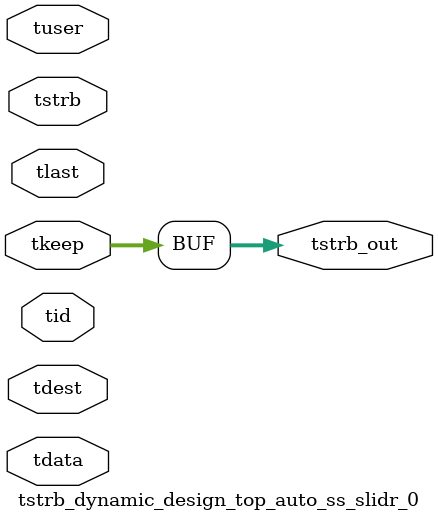
<source format=v>


`timescale 1ps/1ps

module tstrb_dynamic_design_top_auto_ss_slidr_0 #
(
parameter C_S_AXIS_TDATA_WIDTH = 32,
parameter C_S_AXIS_TUSER_WIDTH = 0,
parameter C_S_AXIS_TID_WIDTH   = 0,
parameter C_S_AXIS_TDEST_WIDTH = 0,
parameter C_M_AXIS_TDATA_WIDTH = 32
)
(
input  [(C_S_AXIS_TDATA_WIDTH == 0 ? 1 : C_S_AXIS_TDATA_WIDTH)-1:0     ] tdata,
input  [(C_S_AXIS_TUSER_WIDTH == 0 ? 1 : C_S_AXIS_TUSER_WIDTH)-1:0     ] tuser,
input  [(C_S_AXIS_TID_WIDTH   == 0 ? 1 : C_S_AXIS_TID_WIDTH)-1:0       ] tid,
input  [(C_S_AXIS_TDEST_WIDTH == 0 ? 1 : C_S_AXIS_TDEST_WIDTH)-1:0     ] tdest,
input  [(C_S_AXIS_TDATA_WIDTH/8)-1:0 ] tkeep,
input  [(C_S_AXIS_TDATA_WIDTH/8)-1:0 ] tstrb,
input                                                                    tlast,
output [(C_M_AXIS_TDATA_WIDTH/8)-1:0 ] tstrb_out
);

assign tstrb_out = {tkeep[63:0]};

endmodule


</source>
